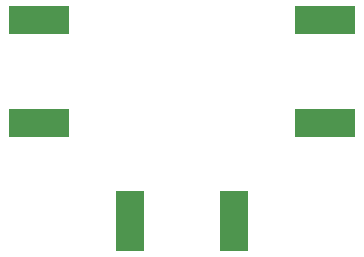
<source format=gbr>
%TF.GenerationSoftware,KiCad,Pcbnew,7.0.5-1.fc38*%
%TF.CreationDate,2023-06-22T15:58:46+02:00*%
%TF.ProjectId,tr_switch,74725f73-7769-4746-9368-2e6b69636164,1*%
%TF.SameCoordinates,Original*%
%TF.FileFunction,Paste,Bot*%
%TF.FilePolarity,Positive*%
%FSLAX46Y46*%
G04 Gerber Fmt 4.6, Leading zero omitted, Abs format (unit mm)*
G04 Created by KiCad (PCBNEW 7.0.5-1.fc38) date 2023-06-22 15:58:46*
%MOMM*%
%LPD*%
G01*
G04 APERTURE LIST*
%ADD10R,5.080000X2.420000*%
%ADD11R,2.420000X5.080000*%
G04 APERTURE END LIST*
D10*
%TO.C,J1*%
X2870000Y-17120000D03*
X2870000Y-25880000D03*
%TD*%
%TO.C,J2*%
X27130000Y-17120000D03*
X27130000Y-25880000D03*
%TD*%
D11*
%TO.C,J3*%
X19380000Y-34130000D03*
X10620000Y-34130000D03*
%TD*%
M02*

</source>
